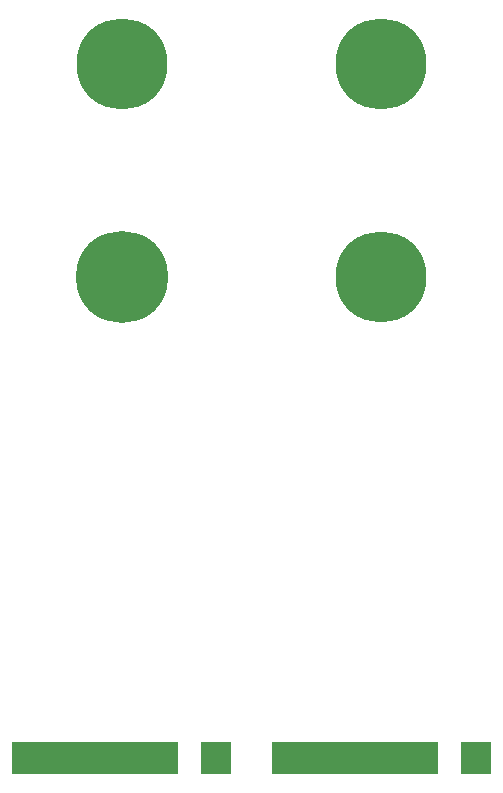
<source format=gbs>
G75*
%MOIN*%
%OFA0B0*%
%FSLAX25Y25*%
%IPPOS*%
%LPD*%
%AMOC8*
5,1,8,0,0,1.08239X$1,22.5*
%
%ADD10R,0.02178X0.10643*%
%ADD11C,0.30328*%
%ADD12C,0.30721*%
D10*
X0009348Y0006321D03*
X0011316Y0006321D03*
X0013285Y0006321D03*
X0015253Y0006321D03*
X0017222Y0006321D03*
X0019190Y0006321D03*
X0021159Y0006321D03*
X0023127Y0006321D03*
X0025096Y0006321D03*
X0027064Y0006321D03*
X0029033Y0006321D03*
X0031001Y0006321D03*
X0032970Y0006321D03*
X0034938Y0006321D03*
X0036907Y0006321D03*
X0038875Y0006321D03*
X0040844Y0006321D03*
X0042812Y0006321D03*
X0044781Y0006321D03*
X0046749Y0006321D03*
X0048718Y0006321D03*
X0050686Y0006321D03*
X0052655Y0006321D03*
X0054623Y0006321D03*
X0056592Y0006321D03*
X0058560Y0006321D03*
X0060529Y0006321D03*
X0062497Y0006321D03*
X0072340Y0006321D03*
X0074308Y0006321D03*
X0076277Y0006321D03*
X0078245Y0006321D03*
X0080214Y0006321D03*
X0095962Y0006321D03*
X0097930Y0006321D03*
X0099899Y0006321D03*
X0101867Y0006321D03*
X0103836Y0006321D03*
X0105804Y0006321D03*
X0107773Y0006321D03*
X0109741Y0006321D03*
X0111710Y0006321D03*
X0113678Y0006321D03*
X0115647Y0006321D03*
X0117615Y0006321D03*
X0119584Y0006321D03*
X0121552Y0006321D03*
X0123521Y0006321D03*
X0125489Y0006321D03*
X0127458Y0006321D03*
X0129426Y0006321D03*
X0131395Y0006321D03*
X0133363Y0006321D03*
X0135332Y0006321D03*
X0137300Y0006321D03*
X0139269Y0006321D03*
X0141237Y0006321D03*
X0143206Y0006321D03*
X0145174Y0006321D03*
X0147143Y0006321D03*
X0149111Y0006321D03*
X0158954Y0006321D03*
X0160923Y0006321D03*
X0162891Y0006321D03*
X0164860Y0006321D03*
X0166828Y0006321D03*
D11*
X0131395Y0166754D03*
X0131395Y0237620D03*
X0044781Y0237620D03*
D12*
X0044781Y0166754D03*
M02*

</source>
